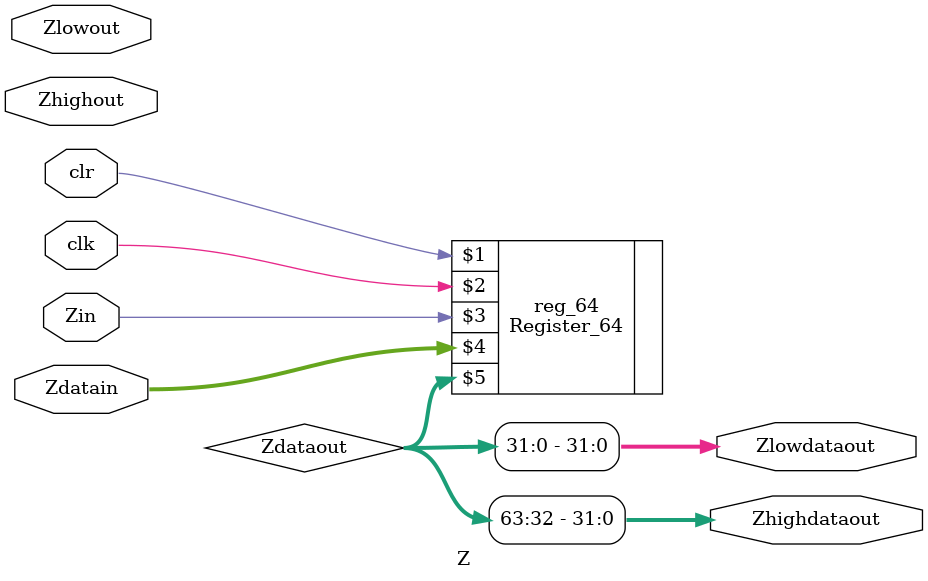
<source format=v>
module Z(input [63:0] Zdatain, input Zlowout, Zhighout, clr, clk, Zin, output [31:0] Zlowdataout, Zhighdataout);

	wire [63:0] Zdataout;
	Register_64 reg_64 (clr, clk, Zin, Zdatain, Zdataout);
	assign Zlowdataout = Zdataout[31:0];
	assign Zhighdataout = Zdataout[63:32];
	
endmodule
</source>
